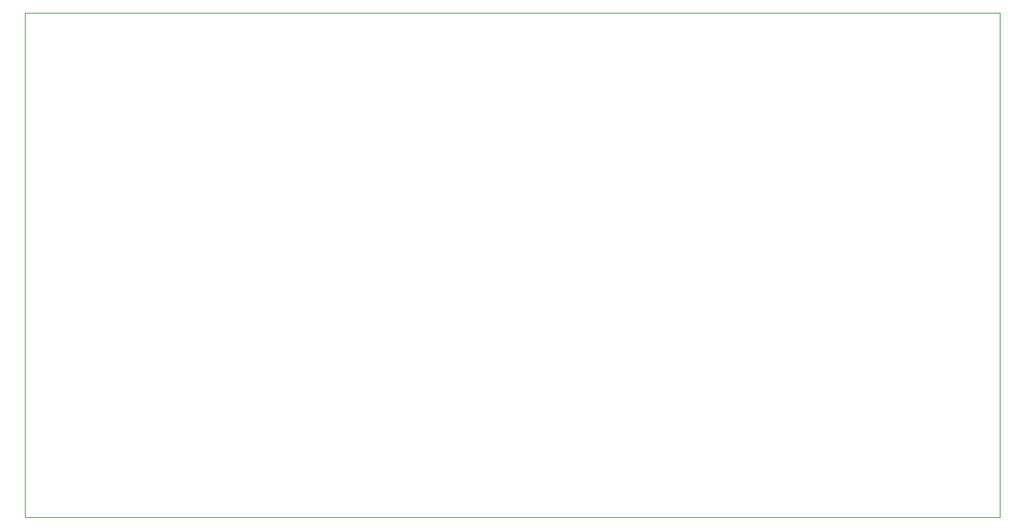
<source format=gm1>
G04 #@! TF.GenerationSoftware,KiCad,Pcbnew,(5.1.9)-1*
G04 #@! TF.CreationDate,2021-04-20T11:25:04+02:00*
G04 #@! TF.ProjectId,esp32-kaemmerlein-light-control,65737033-322d-46b6-9165-6d6d65726c65,rev?*
G04 #@! TF.SameCoordinates,Original*
G04 #@! TF.FileFunction,Profile,NP*
%FSLAX46Y46*%
G04 Gerber Fmt 4.6, Leading zero omitted, Abs format (unit mm)*
G04 Created by KiCad (PCBNEW (5.1.9)-1) date 2021-04-20 11:25:04*
%MOMM*%
%LPD*%
G01*
G04 APERTURE LIST*
G04 #@! TA.AperFunction,Profile*
%ADD10C,0.050000*%
G04 #@! TD*
G04 APERTURE END LIST*
D10*
X158000000Y-150000000D02*
X42000000Y-150000000D01*
X158000000Y-90000000D02*
X158000000Y-150000000D01*
X42000000Y-90000000D02*
X158000000Y-90000000D01*
X42000000Y-150000000D02*
X42000000Y-90000000D01*
M02*

</source>
